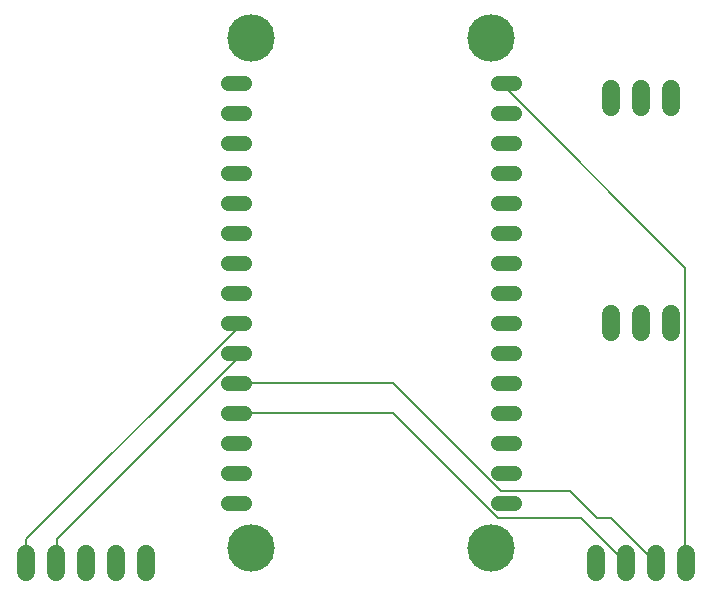
<source format=gbr>
G04 EAGLE Gerber RS-274X export*
G75*
%MOMM*%
%FSLAX34Y34*%
%LPD*%
%INBottom Copper*%
%IPPOS*%
%AMOC8*
5,1,8,0,0,1.08239X$1,22.5*%
G01*
%ADD10C,1.524000*%
%ADD11C,1.308000*%
%ADD12C,4.016000*%
%ADD13C,0.152400*%


D10*
X838200Y538480D02*
X838200Y553720D01*
X863600Y553720D02*
X863600Y538480D01*
X889000Y538480D02*
X889000Y553720D01*
X444500Y350520D02*
X444500Y335280D01*
X419100Y335280D02*
X419100Y350520D01*
X393700Y350520D02*
X393700Y335280D01*
X368300Y335280D02*
X368300Y350520D01*
X342900Y350520D02*
X342900Y335280D01*
D11*
X742760Y749300D02*
X755840Y749300D01*
X755840Y723900D02*
X742760Y723900D01*
X742760Y698500D02*
X755840Y698500D01*
X755840Y673100D02*
X742760Y673100D01*
X742760Y647700D02*
X755840Y647700D01*
X755840Y622300D02*
X742760Y622300D01*
X742760Y596900D02*
X755840Y596900D01*
X755840Y571500D02*
X742760Y571500D01*
X742760Y546100D02*
X755840Y546100D01*
X755840Y520700D02*
X742760Y520700D01*
X742760Y495300D02*
X755840Y495300D01*
X755840Y469900D02*
X742760Y469900D01*
X742760Y444500D02*
X755840Y444500D01*
X755840Y419100D02*
X742760Y419100D01*
X742760Y393700D02*
X755840Y393700D01*
X527240Y749300D02*
X514160Y749300D01*
X514160Y723900D02*
X527240Y723900D01*
X527240Y698500D02*
X514160Y698500D01*
X514160Y673100D02*
X527240Y673100D01*
X527240Y647700D02*
X514160Y647700D01*
X514160Y622300D02*
X527240Y622300D01*
X527240Y596900D02*
X514160Y596900D01*
X514160Y571500D02*
X527240Y571500D01*
X527240Y546100D02*
X514160Y546100D01*
X514160Y520700D02*
X527240Y520700D01*
X527240Y495300D02*
X514160Y495300D01*
X514160Y469900D02*
X527240Y469900D01*
X527240Y444500D02*
X514160Y444500D01*
X514160Y419100D02*
X527240Y419100D01*
X527240Y393700D02*
X514160Y393700D01*
D12*
X736600Y787400D03*
X533400Y787400D03*
X533400Y355600D03*
X736600Y355600D03*
D10*
X901700Y350520D02*
X901700Y335280D01*
X876300Y335280D02*
X876300Y350520D01*
X850900Y350520D02*
X850900Y335280D01*
X825500Y335280D02*
X825500Y350520D01*
X889000Y728980D02*
X889000Y744220D01*
X863600Y744220D02*
X863600Y728980D01*
X838200Y728980D02*
X838200Y744220D01*
D13*
X653796Y469392D02*
X521208Y469392D01*
X653796Y469392D02*
X742188Y381000D01*
X812800Y381000D01*
X850900Y342900D01*
X521208Y469392D02*
X520700Y469900D01*
X520700Y495300D02*
X653796Y495300D01*
X745236Y403860D01*
X803148Y403860D01*
X826008Y381000D01*
X838200Y381000D01*
X876300Y342900D01*
X749808Y743712D02*
X749808Y748284D01*
X749808Y743712D02*
X900684Y592836D01*
X900684Y343408D01*
X749808Y748284D02*
X749300Y749300D01*
X900684Y343408D02*
X901700Y342900D01*
X519684Y513588D02*
X519684Y519684D01*
X519684Y513588D02*
X368808Y362712D01*
X368808Y342900D01*
X519684Y519684D02*
X520700Y520700D01*
X368808Y342900D02*
X368300Y342900D01*
X519684Y539496D02*
X519684Y545592D01*
X519684Y539496D02*
X342900Y362712D01*
X342900Y342900D01*
X519684Y545592D02*
X520700Y546100D01*
M02*

</source>
